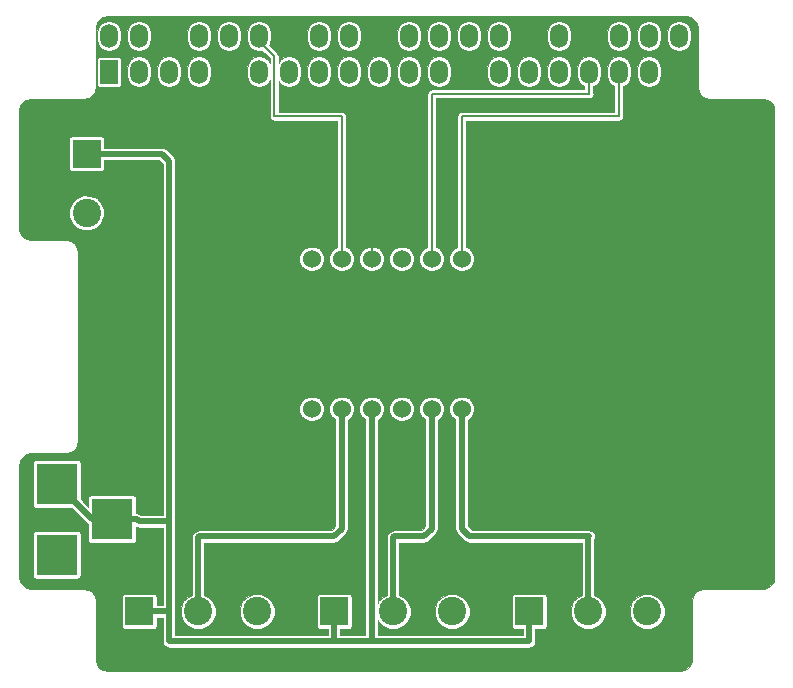
<source format=gtl>
G04 #@! TF.FileFunction,Copper,L1,Top,Signal*
%FSLAX46Y46*%
G04 Gerber Fmt 4.6, Leading zero omitted, Abs format (unit mm)*
G04 Created by KiCad (PCBNEW 4.0.7) date 10/03/17 12:38:28*
%MOMM*%
%LPD*%
G01*
G04 APERTURE LIST*
%ADD10C,0.100000*%
%ADD11R,1.524000X1.998980*%
%ADD12O,1.524000X1.998980*%
%ADD13R,2.400000X2.400000*%
%ADD14C,2.400000*%
%ADD15R,3.500000X3.500000*%
%ADD16C,1.524000*%
%ADD17C,0.500000*%
%ADD18C,0.300000*%
%ADD19C,0.200000*%
%ADD20C,0.050000*%
G04 APERTURE END LIST*
D10*
D11*
X113290000Y-76338920D03*
D12*
X113290000Y-73301080D03*
X115830000Y-76338920D03*
X115830000Y-73301080D03*
X118370000Y-76338920D03*
X118370000Y-73301080D03*
X120910000Y-76338920D03*
X120910000Y-73301080D03*
X123450000Y-76338920D03*
X123450000Y-73301080D03*
X125990000Y-76338920D03*
X125990000Y-73301080D03*
X128530000Y-76338920D03*
X128530000Y-73301080D03*
X131070000Y-76338920D03*
X131070000Y-73301080D03*
X133610000Y-76338920D03*
X133610000Y-73301080D03*
X136150000Y-76338920D03*
X136150000Y-73301080D03*
X138690000Y-76338920D03*
X138690000Y-73301080D03*
X141230000Y-76338920D03*
X141230000Y-73301080D03*
X143770000Y-76338920D03*
X143770000Y-73301080D03*
X146310000Y-76338920D03*
X146310000Y-73301080D03*
X148850000Y-76338920D03*
X148850000Y-73301080D03*
X151390000Y-76338920D03*
X151390000Y-73301080D03*
X153930000Y-76338920D03*
X153930000Y-73301080D03*
X156470000Y-76338920D03*
X156470000Y-73301080D03*
X159010000Y-76338920D03*
X159010000Y-73301080D03*
X161550000Y-76338920D03*
X161550000Y-73301080D03*
D13*
X115850000Y-122020000D03*
D14*
X120850000Y-122020000D03*
X125850000Y-122020000D03*
D13*
X132360000Y-122020000D03*
D14*
X137360000Y-122020000D03*
X142360000Y-122020000D03*
D13*
X148870000Y-122020000D03*
D14*
X153870000Y-122020000D03*
X158870000Y-122020000D03*
D13*
X111405000Y-83285000D03*
D14*
X111405000Y-88285000D03*
D15*
X108865000Y-111225000D03*
X108865000Y-117225000D03*
X113565000Y-114225000D03*
D16*
X143155000Y-92175000D03*
X140615000Y-92175000D03*
X138075000Y-92175000D03*
X135535000Y-92175000D03*
X132995000Y-92175000D03*
X130455000Y-92175000D03*
X130455000Y-104875000D03*
X132995000Y-104875000D03*
X135535000Y-104875000D03*
X138075000Y-104875000D03*
X140615000Y-104875000D03*
X143155000Y-104875000D03*
D17*
X113565000Y-114225000D02*
X111865000Y-114225000D01*
X111865000Y-114225000D02*
X108865000Y-111225000D01*
X140615000Y-104875000D02*
X140615000Y-115035000D01*
X139980000Y-115670000D02*
X137440000Y-115670000D01*
X140615000Y-115035000D02*
X139980000Y-115670000D01*
X137440000Y-115670000D02*
X137360000Y-115750000D01*
X137360000Y-115750000D02*
X137360000Y-122020000D01*
X143155000Y-104875000D02*
X143155000Y-115035000D01*
X153870000Y-115750000D02*
X153870000Y-122020000D01*
X153950000Y-115670000D02*
X153870000Y-115750000D01*
X143790000Y-115670000D02*
X153950000Y-115670000D01*
X143155000Y-115035000D02*
X143790000Y-115670000D01*
X132995000Y-104875000D02*
X132995000Y-115035000D01*
X120850000Y-115750000D02*
X120850000Y-122020000D01*
X120930000Y-115670000D02*
X120850000Y-115750000D01*
X132360000Y-115670000D02*
X120930000Y-115670000D01*
X132995000Y-115035000D02*
X132360000Y-115670000D01*
X118390000Y-122020000D02*
X115850000Y-122020000D01*
X118390000Y-114400000D02*
X118390000Y-122020000D01*
X118390000Y-122020000D02*
X118390000Y-124560000D01*
X118390000Y-124560000D02*
X132360000Y-124560000D01*
X135535000Y-113765000D02*
X135535000Y-124560000D01*
X135535000Y-124560000D02*
X134900000Y-124560000D01*
X132360000Y-124560000D02*
X132360000Y-122020000D01*
X148870000Y-124560000D02*
X148870000Y-122020000D01*
X134900000Y-124560000D02*
X148870000Y-124560000D01*
X132360000Y-124560000D02*
X134900000Y-124560000D01*
X111405000Y-83285000D02*
X117755000Y-83285000D01*
X118390000Y-83920000D02*
X118390000Y-114400000D01*
X117755000Y-83285000D02*
X118390000Y-83920000D01*
X115850000Y-114400000D02*
X118390000Y-114400000D01*
X135535000Y-113765000D02*
X135535000Y-104875000D01*
X113565000Y-114225000D02*
X115675000Y-114225000D01*
X115675000Y-114225000D02*
X115850000Y-114400000D01*
D18*
X137440000Y-115670000D02*
X137360000Y-115750000D01*
D19*
X128530000Y-73550000D02*
X128530000Y-73740000D01*
X128530000Y-73740000D02*
X129820000Y-75030000D01*
X135535000Y-78205000D02*
X135535000Y-92175000D01*
X129820000Y-78205000D02*
X135535000Y-78205000D01*
X129820000Y-75030000D02*
X129820000Y-78205000D01*
X132995000Y-92175000D02*
X132995000Y-80110000D01*
X127280000Y-75030000D02*
X125990000Y-73740000D01*
X127280000Y-80110000D02*
X127280000Y-75030000D01*
X132995000Y-80110000D02*
X127280000Y-80110000D01*
X125990000Y-73740000D02*
X125990000Y-73550000D01*
X140615000Y-92175000D02*
X140615000Y-78205000D01*
X153930000Y-78185000D02*
X153930000Y-76090000D01*
X153950000Y-78205000D02*
X153930000Y-78185000D01*
X140615000Y-78205000D02*
X153950000Y-78205000D01*
X156470000Y-76090000D02*
X156470000Y-80090000D01*
X143155000Y-80110000D02*
X143155000Y-92175000D01*
X156450000Y-80110000D02*
X143155000Y-80110000D01*
X156470000Y-80090000D02*
X156450000Y-80110000D01*
D20*
G36*
X162542929Y-71719670D02*
X162859083Y-71930917D01*
X163070330Y-72247071D01*
X163145000Y-72622464D01*
X163145000Y-77620000D01*
X163145480Y-77624877D01*
X163221600Y-78007560D01*
X163225333Y-78016572D01*
X163442106Y-78340996D01*
X163449004Y-78347894D01*
X163773428Y-78564667D01*
X163782440Y-78568400D01*
X164165123Y-78644520D01*
X164170000Y-78645000D01*
X168667536Y-78645000D01*
X169042929Y-78719670D01*
X169359083Y-78930917D01*
X169570330Y-79247071D01*
X169595000Y-79371096D01*
X169595000Y-119368904D01*
X169570330Y-119492929D01*
X169359083Y-119809083D01*
X169042929Y-120020330D01*
X168667536Y-120095000D01*
X163670000Y-120095000D01*
X163665123Y-120095480D01*
X163282440Y-120171600D01*
X163273428Y-120175333D01*
X162949004Y-120392106D01*
X162942106Y-120399004D01*
X162725333Y-120723428D01*
X162721600Y-120732440D01*
X162645480Y-121115123D01*
X162645000Y-121120000D01*
X162645000Y-126117536D01*
X162570330Y-126492929D01*
X162359083Y-126809083D01*
X162042929Y-127020330D01*
X161667536Y-127095000D01*
X113172464Y-127095000D01*
X112797071Y-127020330D01*
X112480917Y-126809083D01*
X112269670Y-126492929D01*
X112195000Y-126117536D01*
X112195000Y-121120000D01*
X112194520Y-121115123D01*
X112118400Y-120732440D01*
X112114667Y-120723428D01*
X111897894Y-120399004D01*
X111890996Y-120392106D01*
X111566572Y-120175333D01*
X111557560Y-120171600D01*
X111174877Y-120095480D01*
X111170000Y-120095000D01*
X106672464Y-120095000D01*
X106297071Y-120020330D01*
X105980917Y-119809083D01*
X105769670Y-119492929D01*
X105695000Y-119117536D01*
X105695000Y-115475000D01*
X106834613Y-115475000D01*
X106834613Y-118975000D01*
X106853788Y-119076909D01*
X106914016Y-119170506D01*
X107005914Y-119233296D01*
X107115000Y-119255387D01*
X110615000Y-119255387D01*
X110716909Y-119236212D01*
X110810506Y-119175984D01*
X110873296Y-119084086D01*
X110895387Y-118975000D01*
X110895387Y-115475000D01*
X110876212Y-115373091D01*
X110815984Y-115279494D01*
X110724086Y-115216704D01*
X110615000Y-115194613D01*
X107115000Y-115194613D01*
X107013091Y-115213788D01*
X106919494Y-115274016D01*
X106856704Y-115365914D01*
X106834613Y-115475000D01*
X105695000Y-115475000D01*
X105695000Y-109622464D01*
X105724332Y-109475000D01*
X106834613Y-109475000D01*
X106834613Y-112975000D01*
X106853788Y-113076909D01*
X106914016Y-113170506D01*
X107005914Y-113233296D01*
X107115000Y-113255387D01*
X110152925Y-113255387D01*
X111493769Y-114596231D01*
X111534613Y-114623522D01*
X111534613Y-115975000D01*
X111553788Y-116076909D01*
X111614016Y-116170506D01*
X111705914Y-116233296D01*
X111815000Y-116255387D01*
X115315000Y-116255387D01*
X115416909Y-116236212D01*
X115510506Y-116175984D01*
X115573296Y-116084086D01*
X115595387Y-115975000D01*
X115595387Y-114849153D01*
X115649091Y-114885037D01*
X115850000Y-114925000D01*
X117865000Y-114925000D01*
X117865000Y-121495000D01*
X117330387Y-121495000D01*
X117330387Y-120820000D01*
X117311212Y-120718091D01*
X117250984Y-120624494D01*
X117159086Y-120561704D01*
X117050000Y-120539613D01*
X114650000Y-120539613D01*
X114548091Y-120558788D01*
X114454494Y-120619016D01*
X114391704Y-120710914D01*
X114369613Y-120820000D01*
X114369613Y-123220000D01*
X114388788Y-123321909D01*
X114449016Y-123415506D01*
X114540914Y-123478296D01*
X114650000Y-123500387D01*
X117050000Y-123500387D01*
X117151909Y-123481212D01*
X117245506Y-123420984D01*
X117308296Y-123329086D01*
X117330387Y-123220000D01*
X117330387Y-122545000D01*
X117865000Y-122545000D01*
X117865000Y-124560000D01*
X117904963Y-124760909D01*
X118018769Y-124931231D01*
X118189091Y-125045037D01*
X118390000Y-125085000D01*
X148870000Y-125085000D01*
X149070909Y-125045037D01*
X149241231Y-124931231D01*
X149355037Y-124760909D01*
X149395000Y-124560000D01*
X149395000Y-123500387D01*
X150070000Y-123500387D01*
X150171909Y-123481212D01*
X150265506Y-123420984D01*
X150328296Y-123329086D01*
X150350387Y-123220000D01*
X150350387Y-120820000D01*
X150331212Y-120718091D01*
X150270984Y-120624494D01*
X150179086Y-120561704D01*
X150070000Y-120539613D01*
X147670000Y-120539613D01*
X147568091Y-120558788D01*
X147474494Y-120619016D01*
X147411704Y-120710914D01*
X147389613Y-120820000D01*
X147389613Y-123220000D01*
X147408788Y-123321909D01*
X147469016Y-123415506D01*
X147560914Y-123478296D01*
X147670000Y-123500387D01*
X148345000Y-123500387D01*
X148345000Y-124035000D01*
X136060000Y-124035000D01*
X136060000Y-122736259D01*
X136108827Y-122854429D01*
X136523389Y-123269715D01*
X137065317Y-123494743D01*
X137652108Y-123495256D01*
X138194429Y-123271173D01*
X138609715Y-122856611D01*
X138834743Y-122314683D01*
X138834745Y-122312108D01*
X140884744Y-122312108D01*
X141108827Y-122854429D01*
X141523389Y-123269715D01*
X142065317Y-123494743D01*
X142652108Y-123495256D01*
X143194429Y-123271173D01*
X143609715Y-122856611D01*
X143834743Y-122314683D01*
X143835256Y-121727892D01*
X143611173Y-121185571D01*
X143196611Y-120770285D01*
X142654683Y-120545257D01*
X142067892Y-120544744D01*
X141525571Y-120768827D01*
X141110285Y-121183389D01*
X140885257Y-121725317D01*
X140884744Y-122312108D01*
X138834745Y-122312108D01*
X138835256Y-121727892D01*
X138611173Y-121185571D01*
X138196611Y-120770285D01*
X137885000Y-120640893D01*
X137885000Y-116195000D01*
X139980000Y-116195000D01*
X140180909Y-116155037D01*
X140351231Y-116041231D01*
X140986231Y-115406231D01*
X141100037Y-115235909D01*
X141140000Y-115035000D01*
X141140000Y-105780110D01*
X141201646Y-105754638D01*
X141493613Y-105463180D01*
X141651820Y-105082177D01*
X141651821Y-105080367D01*
X142117820Y-105080367D01*
X142275362Y-105461646D01*
X142566820Y-105753613D01*
X142630000Y-105779848D01*
X142630000Y-115035000D01*
X142669963Y-115235909D01*
X142783769Y-115406231D01*
X143418769Y-116041231D01*
X143589091Y-116155037D01*
X143790000Y-116195000D01*
X153345000Y-116195000D01*
X153345000Y-120640973D01*
X153035571Y-120768827D01*
X152620285Y-121183389D01*
X152395257Y-121725317D01*
X152394744Y-122312108D01*
X152618827Y-122854429D01*
X153033389Y-123269715D01*
X153575317Y-123494743D01*
X154162108Y-123495256D01*
X154704429Y-123271173D01*
X155119715Y-122856611D01*
X155344743Y-122314683D01*
X155344745Y-122312108D01*
X157394744Y-122312108D01*
X157618827Y-122854429D01*
X158033389Y-123269715D01*
X158575317Y-123494743D01*
X159162108Y-123495256D01*
X159704429Y-123271173D01*
X160119715Y-122856611D01*
X160344743Y-122314683D01*
X160345256Y-121727892D01*
X160121173Y-121185571D01*
X159706611Y-120770285D01*
X159164683Y-120545257D01*
X158577892Y-120544744D01*
X158035571Y-120768827D01*
X157620285Y-121183389D01*
X157395257Y-121725317D01*
X157394744Y-122312108D01*
X155344745Y-122312108D01*
X155345256Y-121727892D01*
X155121173Y-121185571D01*
X154706611Y-120770285D01*
X154395000Y-120640893D01*
X154395000Y-115930828D01*
X154435037Y-115870909D01*
X154475000Y-115670000D01*
X154435037Y-115469091D01*
X154321231Y-115298769D01*
X154150909Y-115184963D01*
X153950000Y-115145000D01*
X144007462Y-115145000D01*
X143680000Y-114817538D01*
X143680000Y-105780110D01*
X143741646Y-105754638D01*
X144033613Y-105463180D01*
X144191820Y-105082177D01*
X144192180Y-104669633D01*
X144034638Y-104288354D01*
X143743180Y-103996387D01*
X143362177Y-103838180D01*
X142949633Y-103837820D01*
X142568354Y-103995362D01*
X142276387Y-104286820D01*
X142118180Y-104667823D01*
X142117820Y-105080367D01*
X141651821Y-105080367D01*
X141652180Y-104669633D01*
X141494638Y-104288354D01*
X141203180Y-103996387D01*
X140822177Y-103838180D01*
X140409633Y-103837820D01*
X140028354Y-103995362D01*
X139736387Y-104286820D01*
X139578180Y-104667823D01*
X139577820Y-105080367D01*
X139735362Y-105461646D01*
X140026820Y-105753613D01*
X140090000Y-105779848D01*
X140090000Y-114817538D01*
X139762538Y-115145000D01*
X137440000Y-115145000D01*
X137239091Y-115184963D01*
X137068769Y-115298769D01*
X136988769Y-115378769D01*
X136874963Y-115549091D01*
X136835000Y-115750000D01*
X136835000Y-120640973D01*
X136525571Y-120768827D01*
X136110285Y-121183389D01*
X136060000Y-121304489D01*
X136060000Y-105780110D01*
X136121646Y-105754638D01*
X136413613Y-105463180D01*
X136571820Y-105082177D01*
X136571821Y-105080367D01*
X137037820Y-105080367D01*
X137195362Y-105461646D01*
X137486820Y-105753613D01*
X137867823Y-105911820D01*
X138280367Y-105912180D01*
X138661646Y-105754638D01*
X138953613Y-105463180D01*
X139111820Y-105082177D01*
X139112180Y-104669633D01*
X138954638Y-104288354D01*
X138663180Y-103996387D01*
X138282177Y-103838180D01*
X137869633Y-103837820D01*
X137488354Y-103995362D01*
X137196387Y-104286820D01*
X137038180Y-104667823D01*
X137037820Y-105080367D01*
X136571821Y-105080367D01*
X136572180Y-104669633D01*
X136414638Y-104288354D01*
X136123180Y-103996387D01*
X135742177Y-103838180D01*
X135329633Y-103837820D01*
X134948354Y-103995362D01*
X134656387Y-104286820D01*
X134498180Y-104667823D01*
X134497820Y-105080367D01*
X134655362Y-105461646D01*
X134946820Y-105753613D01*
X135010000Y-105779848D01*
X135010000Y-124035000D01*
X132885000Y-124035000D01*
X132885000Y-123500387D01*
X133560000Y-123500387D01*
X133661909Y-123481212D01*
X133755506Y-123420984D01*
X133818296Y-123329086D01*
X133840387Y-123220000D01*
X133840387Y-120820000D01*
X133821212Y-120718091D01*
X133760984Y-120624494D01*
X133669086Y-120561704D01*
X133560000Y-120539613D01*
X131160000Y-120539613D01*
X131058091Y-120558788D01*
X130964494Y-120619016D01*
X130901704Y-120710914D01*
X130879613Y-120820000D01*
X130879613Y-123220000D01*
X130898788Y-123321909D01*
X130959016Y-123415506D01*
X131050914Y-123478296D01*
X131160000Y-123500387D01*
X131835000Y-123500387D01*
X131835000Y-124035000D01*
X118915000Y-124035000D01*
X118915000Y-122312108D01*
X119374744Y-122312108D01*
X119598827Y-122854429D01*
X120013389Y-123269715D01*
X120555317Y-123494743D01*
X121142108Y-123495256D01*
X121684429Y-123271173D01*
X122099715Y-122856611D01*
X122324743Y-122314683D01*
X122324745Y-122312108D01*
X124374744Y-122312108D01*
X124598827Y-122854429D01*
X125013389Y-123269715D01*
X125555317Y-123494743D01*
X126142108Y-123495256D01*
X126684429Y-123271173D01*
X127099715Y-122856611D01*
X127324743Y-122314683D01*
X127325256Y-121727892D01*
X127101173Y-121185571D01*
X126686611Y-120770285D01*
X126144683Y-120545257D01*
X125557892Y-120544744D01*
X125015571Y-120768827D01*
X124600285Y-121183389D01*
X124375257Y-121725317D01*
X124374744Y-122312108D01*
X122324745Y-122312108D01*
X122325256Y-121727892D01*
X122101173Y-121185571D01*
X121686611Y-120770285D01*
X121375000Y-120640893D01*
X121375000Y-116195000D01*
X132360000Y-116195000D01*
X132560909Y-116155037D01*
X132731231Y-116041231D01*
X133366231Y-115406231D01*
X133480037Y-115235909D01*
X133520000Y-115035000D01*
X133520000Y-105780110D01*
X133581646Y-105754638D01*
X133873613Y-105463180D01*
X134031820Y-105082177D01*
X134032180Y-104669633D01*
X133874638Y-104288354D01*
X133583180Y-103996387D01*
X133202177Y-103838180D01*
X132789633Y-103837820D01*
X132408354Y-103995362D01*
X132116387Y-104286820D01*
X131958180Y-104667823D01*
X131957820Y-105080367D01*
X132115362Y-105461646D01*
X132406820Y-105753613D01*
X132470000Y-105779848D01*
X132470000Y-114817538D01*
X132142538Y-115145000D01*
X120930000Y-115145000D01*
X120729091Y-115184963D01*
X120558769Y-115298769D01*
X120478769Y-115378769D01*
X120364963Y-115549091D01*
X120325000Y-115750000D01*
X120325000Y-120640973D01*
X120015571Y-120768827D01*
X119600285Y-121183389D01*
X119375257Y-121725317D01*
X119374744Y-122312108D01*
X118915000Y-122312108D01*
X118915000Y-105080367D01*
X129417820Y-105080367D01*
X129575362Y-105461646D01*
X129866820Y-105753613D01*
X130247823Y-105911820D01*
X130660367Y-105912180D01*
X131041646Y-105754638D01*
X131333613Y-105463180D01*
X131491820Y-105082177D01*
X131492180Y-104669633D01*
X131334638Y-104288354D01*
X131043180Y-103996387D01*
X130662177Y-103838180D01*
X130249633Y-103837820D01*
X129868354Y-103995362D01*
X129576387Y-104286820D01*
X129418180Y-104667823D01*
X129417820Y-105080367D01*
X118915000Y-105080367D01*
X118915000Y-92380367D01*
X129417820Y-92380367D01*
X129575362Y-92761646D01*
X129866820Y-93053613D01*
X130247823Y-93211820D01*
X130660367Y-93212180D01*
X131041646Y-93054638D01*
X131333613Y-92763180D01*
X131491820Y-92382177D01*
X131492180Y-91969633D01*
X131334638Y-91588354D01*
X131043180Y-91296387D01*
X130662177Y-91138180D01*
X130249633Y-91137820D01*
X129868354Y-91295362D01*
X129576387Y-91586820D01*
X129418180Y-91967823D01*
X129417820Y-92380367D01*
X118915000Y-92380367D01*
X118915000Y-83920000D01*
X118875037Y-83719091D01*
X118761231Y-83548769D01*
X118126231Y-82913769D01*
X117955909Y-82799963D01*
X117755000Y-82760000D01*
X112885387Y-82760000D01*
X112885387Y-82085000D01*
X112866212Y-81983091D01*
X112805984Y-81889494D01*
X112714086Y-81826704D01*
X112605000Y-81804613D01*
X110205000Y-81804613D01*
X110103091Y-81823788D01*
X110009494Y-81884016D01*
X109946704Y-81975914D01*
X109924613Y-82085000D01*
X109924613Y-84485000D01*
X109943788Y-84586909D01*
X110004016Y-84680506D01*
X110095914Y-84743296D01*
X110205000Y-84765387D01*
X112605000Y-84765387D01*
X112706909Y-84746212D01*
X112800506Y-84685984D01*
X112863296Y-84594086D01*
X112885387Y-84485000D01*
X112885387Y-83810000D01*
X117537538Y-83810000D01*
X117865000Y-84137462D01*
X117865000Y-113875000D01*
X116067462Y-113875000D01*
X116046231Y-113853769D01*
X115875909Y-113739963D01*
X115675000Y-113700000D01*
X115595387Y-113700000D01*
X115595387Y-112475000D01*
X115576212Y-112373091D01*
X115515984Y-112279494D01*
X115424086Y-112216704D01*
X115315000Y-112194613D01*
X111815000Y-112194613D01*
X111713091Y-112213788D01*
X111619494Y-112274016D01*
X111556704Y-112365914D01*
X111534613Y-112475000D01*
X111534613Y-113152151D01*
X110895387Y-112512925D01*
X110895387Y-109475000D01*
X110876212Y-109373091D01*
X110815984Y-109279494D01*
X110724086Y-109216704D01*
X110615000Y-109194613D01*
X107115000Y-109194613D01*
X107013091Y-109213788D01*
X106919494Y-109274016D01*
X106856704Y-109365914D01*
X106834613Y-109475000D01*
X105724332Y-109475000D01*
X105769670Y-109247071D01*
X105980917Y-108930917D01*
X106297071Y-108719670D01*
X106672464Y-108645000D01*
X109670000Y-108645000D01*
X109674877Y-108644520D01*
X110057560Y-108568400D01*
X110066572Y-108564667D01*
X110390996Y-108347894D01*
X110397894Y-108340996D01*
X110614667Y-108016572D01*
X110618400Y-108007560D01*
X110694520Y-107624877D01*
X110695000Y-107620000D01*
X110695000Y-91620000D01*
X110694520Y-91615123D01*
X110618400Y-91232440D01*
X110614667Y-91223428D01*
X110397894Y-90899004D01*
X110390996Y-90892106D01*
X110066572Y-90675333D01*
X110057560Y-90671600D01*
X109674877Y-90595480D01*
X109670000Y-90595000D01*
X106672464Y-90595000D01*
X106297071Y-90520330D01*
X105980917Y-90309083D01*
X105769670Y-89992929D01*
X105695000Y-89617536D01*
X105695000Y-88577108D01*
X109929744Y-88577108D01*
X110153827Y-89119429D01*
X110568389Y-89534715D01*
X111110317Y-89759743D01*
X111697108Y-89760256D01*
X112239429Y-89536173D01*
X112654715Y-89121611D01*
X112879743Y-88579683D01*
X112880256Y-87992892D01*
X112656173Y-87450571D01*
X112241611Y-87035285D01*
X111699683Y-86810257D01*
X111112892Y-86809744D01*
X110570571Y-87033827D01*
X110155285Y-87448389D01*
X109930257Y-87990317D01*
X109929744Y-88577108D01*
X105695000Y-88577108D01*
X105695000Y-79622464D01*
X105769670Y-79247071D01*
X105980917Y-78930917D01*
X106297071Y-78719670D01*
X106672464Y-78645000D01*
X111170000Y-78645000D01*
X111174877Y-78644520D01*
X111557560Y-78568400D01*
X111566572Y-78564667D01*
X111890996Y-78347894D01*
X111897894Y-78340996D01*
X112114667Y-78016572D01*
X112118400Y-78007560D01*
X112194520Y-77624877D01*
X112195000Y-77620000D01*
X112195000Y-75339430D01*
X112247613Y-75339430D01*
X112247613Y-77338410D01*
X112266788Y-77440319D01*
X112327016Y-77533916D01*
X112418914Y-77596706D01*
X112528000Y-77618797D01*
X114052000Y-77618797D01*
X114153909Y-77599622D01*
X114247506Y-77539394D01*
X114310296Y-77447496D01*
X114332387Y-77338410D01*
X114332387Y-76076461D01*
X114793000Y-76076461D01*
X114793000Y-76601379D01*
X114871937Y-76998222D01*
X115096730Y-77334649D01*
X115433157Y-77559442D01*
X115830000Y-77638379D01*
X116226843Y-77559442D01*
X116563270Y-77334649D01*
X116788063Y-76998222D01*
X116867000Y-76601379D01*
X116867000Y-76076461D01*
X117333000Y-76076461D01*
X117333000Y-76601379D01*
X117411937Y-76998222D01*
X117636730Y-77334649D01*
X117973157Y-77559442D01*
X118370000Y-77638379D01*
X118766843Y-77559442D01*
X119103270Y-77334649D01*
X119328063Y-76998222D01*
X119407000Y-76601379D01*
X119407000Y-76076461D01*
X119873000Y-76076461D01*
X119873000Y-76601379D01*
X119951937Y-76998222D01*
X120176730Y-77334649D01*
X120513157Y-77559442D01*
X120910000Y-77638379D01*
X121306843Y-77559442D01*
X121643270Y-77334649D01*
X121868063Y-76998222D01*
X121947000Y-76601379D01*
X121947000Y-76076461D01*
X121868063Y-75679618D01*
X121643270Y-75343191D01*
X121306843Y-75118398D01*
X120910000Y-75039461D01*
X120513157Y-75118398D01*
X120176730Y-75343191D01*
X119951937Y-75679618D01*
X119873000Y-76076461D01*
X119407000Y-76076461D01*
X119328063Y-75679618D01*
X119103270Y-75343191D01*
X118766843Y-75118398D01*
X118370000Y-75039461D01*
X117973157Y-75118398D01*
X117636730Y-75343191D01*
X117411937Y-75679618D01*
X117333000Y-76076461D01*
X116867000Y-76076461D01*
X116788063Y-75679618D01*
X116563270Y-75343191D01*
X116226843Y-75118398D01*
X115830000Y-75039461D01*
X115433157Y-75118398D01*
X115096730Y-75343191D01*
X114871937Y-75679618D01*
X114793000Y-76076461D01*
X114332387Y-76076461D01*
X114332387Y-75339430D01*
X114313212Y-75237521D01*
X114252984Y-75143924D01*
X114161086Y-75081134D01*
X114052000Y-75059043D01*
X112528000Y-75059043D01*
X112426091Y-75078218D01*
X112332494Y-75138446D01*
X112269704Y-75230344D01*
X112247613Y-75339430D01*
X112195000Y-75339430D01*
X112195000Y-73038621D01*
X112253000Y-73038621D01*
X112253000Y-73563539D01*
X112331937Y-73960382D01*
X112556730Y-74296809D01*
X112893157Y-74521602D01*
X113290000Y-74600539D01*
X113686843Y-74521602D01*
X114023270Y-74296809D01*
X114248063Y-73960382D01*
X114327000Y-73563539D01*
X114327000Y-73038621D01*
X114793000Y-73038621D01*
X114793000Y-73563539D01*
X114871937Y-73960382D01*
X115096730Y-74296809D01*
X115433157Y-74521602D01*
X115830000Y-74600539D01*
X116226843Y-74521602D01*
X116563270Y-74296809D01*
X116788063Y-73960382D01*
X116867000Y-73563539D01*
X116867000Y-73038621D01*
X119873000Y-73038621D01*
X119873000Y-73563539D01*
X119951937Y-73960382D01*
X120176730Y-74296809D01*
X120513157Y-74521602D01*
X120910000Y-74600539D01*
X121306843Y-74521602D01*
X121643270Y-74296809D01*
X121868063Y-73960382D01*
X121947000Y-73563539D01*
X121947000Y-73038621D01*
X122413000Y-73038621D01*
X122413000Y-73563539D01*
X122491937Y-73960382D01*
X122716730Y-74296809D01*
X123053157Y-74521602D01*
X123450000Y-74600539D01*
X123846843Y-74521602D01*
X124183270Y-74296809D01*
X124408063Y-73960382D01*
X124487000Y-73563539D01*
X124487000Y-73038621D01*
X124953000Y-73038621D01*
X124953000Y-73563539D01*
X125031937Y-73960382D01*
X125256730Y-74296809D01*
X125593157Y-74521602D01*
X125990000Y-74600539D01*
X126265424Y-74545754D01*
X126905000Y-75185330D01*
X126905000Y-75615170D01*
X126723270Y-75343191D01*
X126386843Y-75118398D01*
X125990000Y-75039461D01*
X125593157Y-75118398D01*
X125256730Y-75343191D01*
X125031937Y-75679618D01*
X124953000Y-76076461D01*
X124953000Y-76601379D01*
X125031937Y-76998222D01*
X125256730Y-77334649D01*
X125593157Y-77559442D01*
X125990000Y-77638379D01*
X126386843Y-77559442D01*
X126723270Y-77334649D01*
X126905000Y-77062670D01*
X126905000Y-80110000D01*
X126933545Y-80253506D01*
X127014835Y-80375165D01*
X127136494Y-80456455D01*
X127280000Y-80485000D01*
X132620000Y-80485000D01*
X132620000Y-91207911D01*
X132408354Y-91295362D01*
X132116387Y-91586820D01*
X131958180Y-91967823D01*
X131957820Y-92380367D01*
X132115362Y-92761646D01*
X132406820Y-93053613D01*
X132787823Y-93211820D01*
X133200367Y-93212180D01*
X133581646Y-93054638D01*
X133873613Y-92763180D01*
X134031820Y-92382177D01*
X134031821Y-92380367D01*
X134497820Y-92380367D01*
X134655362Y-92761646D01*
X134946820Y-93053613D01*
X135327823Y-93211820D01*
X135740367Y-93212180D01*
X136121646Y-93054638D01*
X136413613Y-92763180D01*
X136571820Y-92382177D01*
X136571821Y-92380367D01*
X137037820Y-92380367D01*
X137195362Y-92761646D01*
X137486820Y-93053613D01*
X137867823Y-93211820D01*
X138280367Y-93212180D01*
X138661646Y-93054638D01*
X138953613Y-92763180D01*
X139111820Y-92382177D01*
X139111821Y-92380367D01*
X139577820Y-92380367D01*
X139735362Y-92761646D01*
X140026820Y-93053613D01*
X140407823Y-93211820D01*
X140820367Y-93212180D01*
X141201646Y-93054638D01*
X141493613Y-92763180D01*
X141651820Y-92382177D01*
X141651821Y-92380367D01*
X142117820Y-92380367D01*
X142275362Y-92761646D01*
X142566820Y-93053613D01*
X142947823Y-93211820D01*
X143360367Y-93212180D01*
X143741646Y-93054638D01*
X144033613Y-92763180D01*
X144191820Y-92382177D01*
X144192180Y-91969633D01*
X144034638Y-91588354D01*
X143743180Y-91296387D01*
X143530000Y-91207867D01*
X143530000Y-80485000D01*
X156450000Y-80485000D01*
X156593507Y-80456455D01*
X156715165Y-80375165D01*
X156735165Y-80355165D01*
X156816455Y-80233507D01*
X156845000Y-80090000D01*
X156845000Y-77563787D01*
X156866843Y-77559442D01*
X157203270Y-77334649D01*
X157428063Y-76998222D01*
X157507000Y-76601379D01*
X157507000Y-76076461D01*
X157973000Y-76076461D01*
X157973000Y-76601379D01*
X158051937Y-76998222D01*
X158276730Y-77334649D01*
X158613157Y-77559442D01*
X159010000Y-77638379D01*
X159406843Y-77559442D01*
X159743270Y-77334649D01*
X159968063Y-76998222D01*
X160047000Y-76601379D01*
X160047000Y-76076461D01*
X159968063Y-75679618D01*
X159743270Y-75343191D01*
X159406843Y-75118398D01*
X159010000Y-75039461D01*
X158613157Y-75118398D01*
X158276730Y-75343191D01*
X158051937Y-75679618D01*
X157973000Y-76076461D01*
X157507000Y-76076461D01*
X157428063Y-75679618D01*
X157203270Y-75343191D01*
X156866843Y-75118398D01*
X156470000Y-75039461D01*
X156073157Y-75118398D01*
X155736730Y-75343191D01*
X155511937Y-75679618D01*
X155433000Y-76076461D01*
X155433000Y-76601379D01*
X155511937Y-76998222D01*
X155736730Y-77334649D01*
X156073157Y-77559442D01*
X156095000Y-77563787D01*
X156095000Y-79735000D01*
X143155000Y-79735000D01*
X143011494Y-79763545D01*
X142889835Y-79844835D01*
X142808545Y-79966494D01*
X142780000Y-80110000D01*
X142780000Y-91207911D01*
X142568354Y-91295362D01*
X142276387Y-91586820D01*
X142118180Y-91967823D01*
X142117820Y-92380367D01*
X141651821Y-92380367D01*
X141652180Y-91969633D01*
X141494638Y-91588354D01*
X141203180Y-91296387D01*
X140990000Y-91207867D01*
X140990000Y-78580000D01*
X153950000Y-78580000D01*
X154093506Y-78551455D01*
X154215165Y-78470165D01*
X154296455Y-78348506D01*
X154325000Y-78205000D01*
X154305000Y-78104453D01*
X154305000Y-77563787D01*
X154326843Y-77559442D01*
X154663270Y-77334649D01*
X154888063Y-76998222D01*
X154967000Y-76601379D01*
X154967000Y-76076461D01*
X154888063Y-75679618D01*
X154663270Y-75343191D01*
X154326843Y-75118398D01*
X153930000Y-75039461D01*
X153533157Y-75118398D01*
X153196730Y-75343191D01*
X152971937Y-75679618D01*
X152893000Y-76076461D01*
X152893000Y-76601379D01*
X152971937Y-76998222D01*
X153196730Y-77334649D01*
X153533157Y-77559442D01*
X153555000Y-77563787D01*
X153555000Y-77830000D01*
X140615000Y-77830000D01*
X140471494Y-77858545D01*
X140349835Y-77939835D01*
X140268545Y-78061494D01*
X140240000Y-78205000D01*
X140240000Y-91207911D01*
X140028354Y-91295362D01*
X139736387Y-91586820D01*
X139578180Y-91967823D01*
X139577820Y-92380367D01*
X139111821Y-92380367D01*
X139112180Y-91969633D01*
X138954638Y-91588354D01*
X138663180Y-91296387D01*
X138282177Y-91138180D01*
X137869633Y-91137820D01*
X137488354Y-91295362D01*
X137196387Y-91586820D01*
X137038180Y-91967823D01*
X137037820Y-92380367D01*
X136571821Y-92380367D01*
X136572180Y-91969633D01*
X136414638Y-91588354D01*
X136123180Y-91296387D01*
X135742177Y-91138180D01*
X135329633Y-91137820D01*
X134948354Y-91295362D01*
X134656387Y-91586820D01*
X134498180Y-91967823D01*
X134497820Y-92380367D01*
X134031821Y-92380367D01*
X134032180Y-91969633D01*
X133874638Y-91588354D01*
X133583180Y-91296387D01*
X133370000Y-91207867D01*
X133370000Y-80110000D01*
X133341455Y-79966494D01*
X133260165Y-79844835D01*
X133138506Y-79763545D01*
X132995000Y-79735000D01*
X127655000Y-79735000D01*
X127655000Y-77122535D01*
X127796730Y-77334649D01*
X128133157Y-77559442D01*
X128530000Y-77638379D01*
X128926843Y-77559442D01*
X129263270Y-77334649D01*
X129488063Y-76998222D01*
X129567000Y-76601379D01*
X129567000Y-76076461D01*
X130033000Y-76076461D01*
X130033000Y-76601379D01*
X130111937Y-76998222D01*
X130336730Y-77334649D01*
X130673157Y-77559442D01*
X131070000Y-77638379D01*
X131466843Y-77559442D01*
X131803270Y-77334649D01*
X132028063Y-76998222D01*
X132107000Y-76601379D01*
X132107000Y-76076461D01*
X132573000Y-76076461D01*
X132573000Y-76601379D01*
X132651937Y-76998222D01*
X132876730Y-77334649D01*
X133213157Y-77559442D01*
X133610000Y-77638379D01*
X134006843Y-77559442D01*
X134343270Y-77334649D01*
X134568063Y-76998222D01*
X134647000Y-76601379D01*
X134647000Y-76076461D01*
X135113000Y-76076461D01*
X135113000Y-76601379D01*
X135191937Y-76998222D01*
X135416730Y-77334649D01*
X135753157Y-77559442D01*
X136150000Y-77638379D01*
X136546843Y-77559442D01*
X136883270Y-77334649D01*
X137108063Y-76998222D01*
X137187000Y-76601379D01*
X137187000Y-76076461D01*
X137653000Y-76076461D01*
X137653000Y-76601379D01*
X137731937Y-76998222D01*
X137956730Y-77334649D01*
X138293157Y-77559442D01*
X138690000Y-77638379D01*
X139086843Y-77559442D01*
X139423270Y-77334649D01*
X139648063Y-76998222D01*
X139727000Y-76601379D01*
X139727000Y-76076461D01*
X140193000Y-76076461D01*
X140193000Y-76601379D01*
X140271937Y-76998222D01*
X140496730Y-77334649D01*
X140833157Y-77559442D01*
X141230000Y-77638379D01*
X141626843Y-77559442D01*
X141963270Y-77334649D01*
X142188063Y-76998222D01*
X142267000Y-76601379D01*
X142267000Y-76076461D01*
X145273000Y-76076461D01*
X145273000Y-76601379D01*
X145351937Y-76998222D01*
X145576730Y-77334649D01*
X145913157Y-77559442D01*
X146310000Y-77638379D01*
X146706843Y-77559442D01*
X147043270Y-77334649D01*
X147268063Y-76998222D01*
X147347000Y-76601379D01*
X147347000Y-76076461D01*
X147813000Y-76076461D01*
X147813000Y-76601379D01*
X147891937Y-76998222D01*
X148116730Y-77334649D01*
X148453157Y-77559442D01*
X148850000Y-77638379D01*
X149246843Y-77559442D01*
X149583270Y-77334649D01*
X149808063Y-76998222D01*
X149887000Y-76601379D01*
X149887000Y-76076461D01*
X150353000Y-76076461D01*
X150353000Y-76601379D01*
X150431937Y-76998222D01*
X150656730Y-77334649D01*
X150993157Y-77559442D01*
X151390000Y-77638379D01*
X151786843Y-77559442D01*
X152123270Y-77334649D01*
X152348063Y-76998222D01*
X152427000Y-76601379D01*
X152427000Y-76076461D01*
X152348063Y-75679618D01*
X152123270Y-75343191D01*
X151786843Y-75118398D01*
X151390000Y-75039461D01*
X150993157Y-75118398D01*
X150656730Y-75343191D01*
X150431937Y-75679618D01*
X150353000Y-76076461D01*
X149887000Y-76076461D01*
X149808063Y-75679618D01*
X149583270Y-75343191D01*
X149246843Y-75118398D01*
X148850000Y-75039461D01*
X148453157Y-75118398D01*
X148116730Y-75343191D01*
X147891937Y-75679618D01*
X147813000Y-76076461D01*
X147347000Y-76076461D01*
X147268063Y-75679618D01*
X147043270Y-75343191D01*
X146706843Y-75118398D01*
X146310000Y-75039461D01*
X145913157Y-75118398D01*
X145576730Y-75343191D01*
X145351937Y-75679618D01*
X145273000Y-76076461D01*
X142267000Y-76076461D01*
X142188063Y-75679618D01*
X141963270Y-75343191D01*
X141626843Y-75118398D01*
X141230000Y-75039461D01*
X140833157Y-75118398D01*
X140496730Y-75343191D01*
X140271937Y-75679618D01*
X140193000Y-76076461D01*
X139727000Y-76076461D01*
X139648063Y-75679618D01*
X139423270Y-75343191D01*
X139086843Y-75118398D01*
X138690000Y-75039461D01*
X138293157Y-75118398D01*
X137956730Y-75343191D01*
X137731937Y-75679618D01*
X137653000Y-76076461D01*
X137187000Y-76076461D01*
X137108063Y-75679618D01*
X136883270Y-75343191D01*
X136546843Y-75118398D01*
X136150000Y-75039461D01*
X135753157Y-75118398D01*
X135416730Y-75343191D01*
X135191937Y-75679618D01*
X135113000Y-76076461D01*
X134647000Y-76076461D01*
X134568063Y-75679618D01*
X134343270Y-75343191D01*
X134006843Y-75118398D01*
X133610000Y-75039461D01*
X133213157Y-75118398D01*
X132876730Y-75343191D01*
X132651937Y-75679618D01*
X132573000Y-76076461D01*
X132107000Y-76076461D01*
X132028063Y-75679618D01*
X131803270Y-75343191D01*
X131466843Y-75118398D01*
X131070000Y-75039461D01*
X130673157Y-75118398D01*
X130336730Y-75343191D01*
X130111937Y-75679618D01*
X130033000Y-76076461D01*
X129567000Y-76076461D01*
X129488063Y-75679618D01*
X129263270Y-75343191D01*
X128926843Y-75118398D01*
X128530000Y-75039461D01*
X128133157Y-75118398D01*
X127796730Y-75343191D01*
X127655000Y-75555305D01*
X127655000Y-75030000D01*
X127626455Y-74886494D01*
X127545165Y-74764835D01*
X126865010Y-74084680D01*
X126948063Y-73960382D01*
X127027000Y-73563539D01*
X127027000Y-73038621D01*
X130033000Y-73038621D01*
X130033000Y-73563539D01*
X130111937Y-73960382D01*
X130336730Y-74296809D01*
X130673157Y-74521602D01*
X131070000Y-74600539D01*
X131466843Y-74521602D01*
X131803270Y-74296809D01*
X132028063Y-73960382D01*
X132107000Y-73563539D01*
X132107000Y-73038621D01*
X132573000Y-73038621D01*
X132573000Y-73563539D01*
X132651937Y-73960382D01*
X132876730Y-74296809D01*
X133213157Y-74521602D01*
X133610000Y-74600539D01*
X134006843Y-74521602D01*
X134343270Y-74296809D01*
X134568063Y-73960382D01*
X134647000Y-73563539D01*
X134647000Y-73038621D01*
X137653000Y-73038621D01*
X137653000Y-73563539D01*
X137731937Y-73960382D01*
X137956730Y-74296809D01*
X138293157Y-74521602D01*
X138690000Y-74600539D01*
X139086843Y-74521602D01*
X139423270Y-74296809D01*
X139648063Y-73960382D01*
X139727000Y-73563539D01*
X139727000Y-73038621D01*
X140193000Y-73038621D01*
X140193000Y-73563539D01*
X140271937Y-73960382D01*
X140496730Y-74296809D01*
X140833157Y-74521602D01*
X141230000Y-74600539D01*
X141626843Y-74521602D01*
X141963270Y-74296809D01*
X142188063Y-73960382D01*
X142267000Y-73563539D01*
X142267000Y-73038621D01*
X142733000Y-73038621D01*
X142733000Y-73563539D01*
X142811937Y-73960382D01*
X143036730Y-74296809D01*
X143373157Y-74521602D01*
X143770000Y-74600539D01*
X144166843Y-74521602D01*
X144503270Y-74296809D01*
X144728063Y-73960382D01*
X144807000Y-73563539D01*
X144807000Y-73038621D01*
X145273000Y-73038621D01*
X145273000Y-73563539D01*
X145351937Y-73960382D01*
X145576730Y-74296809D01*
X145913157Y-74521602D01*
X146310000Y-74600539D01*
X146706843Y-74521602D01*
X147043270Y-74296809D01*
X147268063Y-73960382D01*
X147347000Y-73563539D01*
X147347000Y-73038621D01*
X150353000Y-73038621D01*
X150353000Y-73563539D01*
X150431937Y-73960382D01*
X150656730Y-74296809D01*
X150993157Y-74521602D01*
X151390000Y-74600539D01*
X151786843Y-74521602D01*
X152123270Y-74296809D01*
X152348063Y-73960382D01*
X152427000Y-73563539D01*
X152427000Y-73038621D01*
X155433000Y-73038621D01*
X155433000Y-73563539D01*
X155511937Y-73960382D01*
X155736730Y-74296809D01*
X156073157Y-74521602D01*
X156470000Y-74600539D01*
X156866843Y-74521602D01*
X157203270Y-74296809D01*
X157428063Y-73960382D01*
X157507000Y-73563539D01*
X157507000Y-73038621D01*
X157973000Y-73038621D01*
X157973000Y-73563539D01*
X158051937Y-73960382D01*
X158276730Y-74296809D01*
X158613157Y-74521602D01*
X159010000Y-74600539D01*
X159406843Y-74521602D01*
X159743270Y-74296809D01*
X159968063Y-73960382D01*
X160047000Y-73563539D01*
X160047000Y-73038621D01*
X160513000Y-73038621D01*
X160513000Y-73563539D01*
X160591937Y-73960382D01*
X160816730Y-74296809D01*
X161153157Y-74521602D01*
X161550000Y-74600539D01*
X161946843Y-74521602D01*
X162283270Y-74296809D01*
X162508063Y-73960382D01*
X162587000Y-73563539D01*
X162587000Y-73038621D01*
X162508063Y-72641778D01*
X162283270Y-72305351D01*
X161946843Y-72080558D01*
X161550000Y-72001621D01*
X161153157Y-72080558D01*
X160816730Y-72305351D01*
X160591937Y-72641778D01*
X160513000Y-73038621D01*
X160047000Y-73038621D01*
X159968063Y-72641778D01*
X159743270Y-72305351D01*
X159406843Y-72080558D01*
X159010000Y-72001621D01*
X158613157Y-72080558D01*
X158276730Y-72305351D01*
X158051937Y-72641778D01*
X157973000Y-73038621D01*
X157507000Y-73038621D01*
X157428063Y-72641778D01*
X157203270Y-72305351D01*
X156866843Y-72080558D01*
X156470000Y-72001621D01*
X156073157Y-72080558D01*
X155736730Y-72305351D01*
X155511937Y-72641778D01*
X155433000Y-73038621D01*
X152427000Y-73038621D01*
X152348063Y-72641778D01*
X152123270Y-72305351D01*
X151786843Y-72080558D01*
X151390000Y-72001621D01*
X150993157Y-72080558D01*
X150656730Y-72305351D01*
X150431937Y-72641778D01*
X150353000Y-73038621D01*
X147347000Y-73038621D01*
X147268063Y-72641778D01*
X147043270Y-72305351D01*
X146706843Y-72080558D01*
X146310000Y-72001621D01*
X145913157Y-72080558D01*
X145576730Y-72305351D01*
X145351937Y-72641778D01*
X145273000Y-73038621D01*
X144807000Y-73038621D01*
X144728063Y-72641778D01*
X144503270Y-72305351D01*
X144166843Y-72080558D01*
X143770000Y-72001621D01*
X143373157Y-72080558D01*
X143036730Y-72305351D01*
X142811937Y-72641778D01*
X142733000Y-73038621D01*
X142267000Y-73038621D01*
X142188063Y-72641778D01*
X141963270Y-72305351D01*
X141626843Y-72080558D01*
X141230000Y-72001621D01*
X140833157Y-72080558D01*
X140496730Y-72305351D01*
X140271937Y-72641778D01*
X140193000Y-73038621D01*
X139727000Y-73038621D01*
X139648063Y-72641778D01*
X139423270Y-72305351D01*
X139086843Y-72080558D01*
X138690000Y-72001621D01*
X138293157Y-72080558D01*
X137956730Y-72305351D01*
X137731937Y-72641778D01*
X137653000Y-73038621D01*
X134647000Y-73038621D01*
X134568063Y-72641778D01*
X134343270Y-72305351D01*
X134006843Y-72080558D01*
X133610000Y-72001621D01*
X133213157Y-72080558D01*
X132876730Y-72305351D01*
X132651937Y-72641778D01*
X132573000Y-73038621D01*
X132107000Y-73038621D01*
X132028063Y-72641778D01*
X131803270Y-72305351D01*
X131466843Y-72080558D01*
X131070000Y-72001621D01*
X130673157Y-72080558D01*
X130336730Y-72305351D01*
X130111937Y-72641778D01*
X130033000Y-73038621D01*
X127027000Y-73038621D01*
X126948063Y-72641778D01*
X126723270Y-72305351D01*
X126386843Y-72080558D01*
X125990000Y-72001621D01*
X125593157Y-72080558D01*
X125256730Y-72305351D01*
X125031937Y-72641778D01*
X124953000Y-73038621D01*
X124487000Y-73038621D01*
X124408063Y-72641778D01*
X124183270Y-72305351D01*
X123846843Y-72080558D01*
X123450000Y-72001621D01*
X123053157Y-72080558D01*
X122716730Y-72305351D01*
X122491937Y-72641778D01*
X122413000Y-73038621D01*
X121947000Y-73038621D01*
X121868063Y-72641778D01*
X121643270Y-72305351D01*
X121306843Y-72080558D01*
X120910000Y-72001621D01*
X120513157Y-72080558D01*
X120176730Y-72305351D01*
X119951937Y-72641778D01*
X119873000Y-73038621D01*
X116867000Y-73038621D01*
X116788063Y-72641778D01*
X116563270Y-72305351D01*
X116226843Y-72080558D01*
X115830000Y-72001621D01*
X115433157Y-72080558D01*
X115096730Y-72305351D01*
X114871937Y-72641778D01*
X114793000Y-73038621D01*
X114327000Y-73038621D01*
X114248063Y-72641778D01*
X114023270Y-72305351D01*
X113686843Y-72080558D01*
X113290000Y-72001621D01*
X112893157Y-72080558D01*
X112556730Y-72305351D01*
X112331937Y-72641778D01*
X112253000Y-73038621D01*
X112195000Y-73038621D01*
X112195000Y-72622464D01*
X112269670Y-72247071D01*
X112480917Y-71930917D01*
X112797071Y-71719670D01*
X113172464Y-71645000D01*
X162167536Y-71645000D01*
X162542929Y-71719670D01*
X162542929Y-71719670D01*
G37*
X162542929Y-71719670D02*
X162859083Y-71930917D01*
X163070330Y-72247071D01*
X163145000Y-72622464D01*
X163145000Y-77620000D01*
X163145480Y-77624877D01*
X163221600Y-78007560D01*
X163225333Y-78016572D01*
X163442106Y-78340996D01*
X163449004Y-78347894D01*
X163773428Y-78564667D01*
X163782440Y-78568400D01*
X164165123Y-78644520D01*
X164170000Y-78645000D01*
X168667536Y-78645000D01*
X169042929Y-78719670D01*
X169359083Y-78930917D01*
X169570330Y-79247071D01*
X169595000Y-79371096D01*
X169595000Y-119368904D01*
X169570330Y-119492929D01*
X169359083Y-119809083D01*
X169042929Y-120020330D01*
X168667536Y-120095000D01*
X163670000Y-120095000D01*
X163665123Y-120095480D01*
X163282440Y-120171600D01*
X163273428Y-120175333D01*
X162949004Y-120392106D01*
X162942106Y-120399004D01*
X162725333Y-120723428D01*
X162721600Y-120732440D01*
X162645480Y-121115123D01*
X162645000Y-121120000D01*
X162645000Y-126117536D01*
X162570330Y-126492929D01*
X162359083Y-126809083D01*
X162042929Y-127020330D01*
X161667536Y-127095000D01*
X113172464Y-127095000D01*
X112797071Y-127020330D01*
X112480917Y-126809083D01*
X112269670Y-126492929D01*
X112195000Y-126117536D01*
X112195000Y-121120000D01*
X112194520Y-121115123D01*
X112118400Y-120732440D01*
X112114667Y-120723428D01*
X111897894Y-120399004D01*
X111890996Y-120392106D01*
X111566572Y-120175333D01*
X111557560Y-120171600D01*
X111174877Y-120095480D01*
X111170000Y-120095000D01*
X106672464Y-120095000D01*
X106297071Y-120020330D01*
X105980917Y-119809083D01*
X105769670Y-119492929D01*
X105695000Y-119117536D01*
X105695000Y-115475000D01*
X106834613Y-115475000D01*
X106834613Y-118975000D01*
X106853788Y-119076909D01*
X106914016Y-119170506D01*
X107005914Y-119233296D01*
X107115000Y-119255387D01*
X110615000Y-119255387D01*
X110716909Y-119236212D01*
X110810506Y-119175984D01*
X110873296Y-119084086D01*
X110895387Y-118975000D01*
X110895387Y-115475000D01*
X110876212Y-115373091D01*
X110815984Y-115279494D01*
X110724086Y-115216704D01*
X110615000Y-115194613D01*
X107115000Y-115194613D01*
X107013091Y-115213788D01*
X106919494Y-115274016D01*
X106856704Y-115365914D01*
X106834613Y-115475000D01*
X105695000Y-115475000D01*
X105695000Y-109622464D01*
X105724332Y-109475000D01*
X106834613Y-109475000D01*
X106834613Y-112975000D01*
X106853788Y-113076909D01*
X106914016Y-113170506D01*
X107005914Y-113233296D01*
X107115000Y-113255387D01*
X110152925Y-113255387D01*
X111493769Y-114596231D01*
X111534613Y-114623522D01*
X111534613Y-115975000D01*
X111553788Y-116076909D01*
X111614016Y-116170506D01*
X111705914Y-116233296D01*
X111815000Y-116255387D01*
X115315000Y-116255387D01*
X115416909Y-116236212D01*
X115510506Y-116175984D01*
X115573296Y-116084086D01*
X115595387Y-115975000D01*
X115595387Y-114849153D01*
X115649091Y-114885037D01*
X115850000Y-114925000D01*
X117865000Y-114925000D01*
X117865000Y-121495000D01*
X117330387Y-121495000D01*
X117330387Y-120820000D01*
X117311212Y-120718091D01*
X117250984Y-120624494D01*
X117159086Y-120561704D01*
X117050000Y-120539613D01*
X114650000Y-120539613D01*
X114548091Y-120558788D01*
X114454494Y-120619016D01*
X114391704Y-120710914D01*
X114369613Y-120820000D01*
X114369613Y-123220000D01*
X114388788Y-123321909D01*
X114449016Y-123415506D01*
X114540914Y-123478296D01*
X114650000Y-123500387D01*
X117050000Y-123500387D01*
X117151909Y-123481212D01*
X117245506Y-123420984D01*
X117308296Y-123329086D01*
X117330387Y-123220000D01*
X117330387Y-122545000D01*
X117865000Y-122545000D01*
X117865000Y-124560000D01*
X117904963Y-124760909D01*
X118018769Y-124931231D01*
X118189091Y-125045037D01*
X118390000Y-125085000D01*
X148870000Y-125085000D01*
X149070909Y-125045037D01*
X149241231Y-124931231D01*
X149355037Y-124760909D01*
X149395000Y-124560000D01*
X149395000Y-123500387D01*
X150070000Y-123500387D01*
X150171909Y-123481212D01*
X150265506Y-123420984D01*
X150328296Y-123329086D01*
X150350387Y-123220000D01*
X150350387Y-120820000D01*
X150331212Y-120718091D01*
X150270984Y-120624494D01*
X150179086Y-120561704D01*
X150070000Y-120539613D01*
X147670000Y-120539613D01*
X147568091Y-120558788D01*
X147474494Y-120619016D01*
X147411704Y-120710914D01*
X147389613Y-120820000D01*
X147389613Y-123220000D01*
X147408788Y-123321909D01*
X147469016Y-123415506D01*
X147560914Y-123478296D01*
X147670000Y-123500387D01*
X148345000Y-123500387D01*
X148345000Y-124035000D01*
X136060000Y-124035000D01*
X136060000Y-122736259D01*
X136108827Y-122854429D01*
X136523389Y-123269715D01*
X137065317Y-123494743D01*
X137652108Y-123495256D01*
X138194429Y-123271173D01*
X138609715Y-122856611D01*
X138834743Y-122314683D01*
X138834745Y-122312108D01*
X140884744Y-122312108D01*
X141108827Y-122854429D01*
X141523389Y-123269715D01*
X142065317Y-123494743D01*
X142652108Y-123495256D01*
X143194429Y-123271173D01*
X143609715Y-122856611D01*
X143834743Y-122314683D01*
X143835256Y-121727892D01*
X143611173Y-121185571D01*
X143196611Y-120770285D01*
X142654683Y-120545257D01*
X142067892Y-120544744D01*
X141525571Y-120768827D01*
X141110285Y-121183389D01*
X140885257Y-121725317D01*
X140884744Y-122312108D01*
X138834745Y-122312108D01*
X138835256Y-121727892D01*
X138611173Y-121185571D01*
X138196611Y-120770285D01*
X137885000Y-120640893D01*
X137885000Y-116195000D01*
X139980000Y-116195000D01*
X140180909Y-116155037D01*
X140351231Y-116041231D01*
X140986231Y-115406231D01*
X141100037Y-115235909D01*
X141140000Y-115035000D01*
X141140000Y-105780110D01*
X141201646Y-105754638D01*
X141493613Y-105463180D01*
X141651820Y-105082177D01*
X141651821Y-105080367D01*
X142117820Y-105080367D01*
X142275362Y-105461646D01*
X142566820Y-105753613D01*
X142630000Y-105779848D01*
X142630000Y-115035000D01*
X142669963Y-115235909D01*
X142783769Y-115406231D01*
X143418769Y-116041231D01*
X143589091Y-116155037D01*
X143790000Y-116195000D01*
X153345000Y-116195000D01*
X153345000Y-120640973D01*
X153035571Y-120768827D01*
X152620285Y-121183389D01*
X152395257Y-121725317D01*
X152394744Y-122312108D01*
X152618827Y-122854429D01*
X153033389Y-123269715D01*
X153575317Y-123494743D01*
X154162108Y-123495256D01*
X154704429Y-123271173D01*
X155119715Y-122856611D01*
X155344743Y-122314683D01*
X155344745Y-122312108D01*
X157394744Y-122312108D01*
X157618827Y-122854429D01*
X158033389Y-123269715D01*
X158575317Y-123494743D01*
X159162108Y-123495256D01*
X159704429Y-123271173D01*
X160119715Y-122856611D01*
X160344743Y-122314683D01*
X160345256Y-121727892D01*
X160121173Y-121185571D01*
X159706611Y-120770285D01*
X159164683Y-120545257D01*
X158577892Y-120544744D01*
X158035571Y-120768827D01*
X157620285Y-121183389D01*
X157395257Y-121725317D01*
X157394744Y-122312108D01*
X155344745Y-122312108D01*
X155345256Y-121727892D01*
X155121173Y-121185571D01*
X154706611Y-120770285D01*
X154395000Y-120640893D01*
X154395000Y-115930828D01*
X154435037Y-115870909D01*
X154475000Y-115670000D01*
X154435037Y-115469091D01*
X154321231Y-115298769D01*
X154150909Y-115184963D01*
X153950000Y-115145000D01*
X144007462Y-115145000D01*
X143680000Y-114817538D01*
X143680000Y-105780110D01*
X143741646Y-105754638D01*
X144033613Y-105463180D01*
X144191820Y-105082177D01*
X144192180Y-104669633D01*
X144034638Y-104288354D01*
X143743180Y-103996387D01*
X143362177Y-103838180D01*
X142949633Y-103837820D01*
X142568354Y-103995362D01*
X142276387Y-104286820D01*
X142118180Y-104667823D01*
X142117820Y-105080367D01*
X141651821Y-105080367D01*
X141652180Y-104669633D01*
X141494638Y-104288354D01*
X141203180Y-103996387D01*
X140822177Y-103838180D01*
X140409633Y-103837820D01*
X140028354Y-103995362D01*
X139736387Y-104286820D01*
X139578180Y-104667823D01*
X139577820Y-105080367D01*
X139735362Y-105461646D01*
X140026820Y-105753613D01*
X140090000Y-105779848D01*
X140090000Y-114817538D01*
X139762538Y-115145000D01*
X137440000Y-115145000D01*
X137239091Y-115184963D01*
X137068769Y-115298769D01*
X136988769Y-115378769D01*
X136874963Y-115549091D01*
X136835000Y-115750000D01*
X136835000Y-120640973D01*
X136525571Y-120768827D01*
X136110285Y-121183389D01*
X136060000Y-121304489D01*
X136060000Y-105780110D01*
X136121646Y-105754638D01*
X136413613Y-105463180D01*
X136571820Y-105082177D01*
X136571821Y-105080367D01*
X137037820Y-105080367D01*
X137195362Y-105461646D01*
X137486820Y-105753613D01*
X137867823Y-105911820D01*
X138280367Y-105912180D01*
X138661646Y-105754638D01*
X138953613Y-105463180D01*
X139111820Y-105082177D01*
X139112180Y-104669633D01*
X138954638Y-104288354D01*
X138663180Y-103996387D01*
X138282177Y-103838180D01*
X137869633Y-103837820D01*
X137488354Y-103995362D01*
X137196387Y-104286820D01*
X137038180Y-104667823D01*
X137037820Y-105080367D01*
X136571821Y-105080367D01*
X136572180Y-104669633D01*
X136414638Y-104288354D01*
X136123180Y-103996387D01*
X135742177Y-103838180D01*
X135329633Y-103837820D01*
X134948354Y-103995362D01*
X134656387Y-104286820D01*
X134498180Y-104667823D01*
X134497820Y-105080367D01*
X134655362Y-105461646D01*
X134946820Y-105753613D01*
X135010000Y-105779848D01*
X135010000Y-124035000D01*
X132885000Y-124035000D01*
X132885000Y-123500387D01*
X133560000Y-123500387D01*
X133661909Y-123481212D01*
X133755506Y-123420984D01*
X133818296Y-123329086D01*
X133840387Y-123220000D01*
X133840387Y-120820000D01*
X133821212Y-120718091D01*
X133760984Y-120624494D01*
X133669086Y-120561704D01*
X133560000Y-120539613D01*
X131160000Y-120539613D01*
X131058091Y-120558788D01*
X130964494Y-120619016D01*
X130901704Y-120710914D01*
X130879613Y-120820000D01*
X130879613Y-123220000D01*
X130898788Y-123321909D01*
X130959016Y-123415506D01*
X131050914Y-123478296D01*
X131160000Y-123500387D01*
X131835000Y-123500387D01*
X131835000Y-124035000D01*
X118915000Y-124035000D01*
X118915000Y-122312108D01*
X119374744Y-122312108D01*
X119598827Y-122854429D01*
X120013389Y-123269715D01*
X120555317Y-123494743D01*
X121142108Y-123495256D01*
X121684429Y-123271173D01*
X122099715Y-122856611D01*
X122324743Y-122314683D01*
X122324745Y-122312108D01*
X124374744Y-122312108D01*
X124598827Y-122854429D01*
X125013389Y-123269715D01*
X125555317Y-123494743D01*
X126142108Y-123495256D01*
X126684429Y-123271173D01*
X127099715Y-122856611D01*
X127324743Y-122314683D01*
X127325256Y-121727892D01*
X127101173Y-121185571D01*
X126686611Y-120770285D01*
X126144683Y-120545257D01*
X125557892Y-120544744D01*
X125015571Y-120768827D01*
X124600285Y-121183389D01*
X124375257Y-121725317D01*
X124374744Y-122312108D01*
X122324745Y-122312108D01*
X122325256Y-121727892D01*
X122101173Y-121185571D01*
X121686611Y-120770285D01*
X121375000Y-120640893D01*
X121375000Y-116195000D01*
X132360000Y-116195000D01*
X132560909Y-116155037D01*
X132731231Y-116041231D01*
X133366231Y-115406231D01*
X133480037Y-115235909D01*
X133520000Y-115035000D01*
X133520000Y-105780110D01*
X133581646Y-105754638D01*
X133873613Y-105463180D01*
X134031820Y-105082177D01*
X134032180Y-104669633D01*
X133874638Y-104288354D01*
X133583180Y-103996387D01*
X133202177Y-103838180D01*
X132789633Y-103837820D01*
X132408354Y-103995362D01*
X132116387Y-104286820D01*
X131958180Y-104667823D01*
X131957820Y-105080367D01*
X132115362Y-105461646D01*
X132406820Y-105753613D01*
X132470000Y-105779848D01*
X132470000Y-114817538D01*
X132142538Y-115145000D01*
X120930000Y-115145000D01*
X120729091Y-115184963D01*
X120558769Y-115298769D01*
X120478769Y-115378769D01*
X120364963Y-115549091D01*
X120325000Y-115750000D01*
X120325000Y-120640973D01*
X120015571Y-120768827D01*
X119600285Y-121183389D01*
X119375257Y-121725317D01*
X119374744Y-122312108D01*
X118915000Y-122312108D01*
X118915000Y-105080367D01*
X129417820Y-105080367D01*
X129575362Y-105461646D01*
X129866820Y-105753613D01*
X130247823Y-105911820D01*
X130660367Y-105912180D01*
X131041646Y-105754638D01*
X131333613Y-105463180D01*
X131491820Y-105082177D01*
X131492180Y-104669633D01*
X131334638Y-104288354D01*
X131043180Y-103996387D01*
X130662177Y-103838180D01*
X130249633Y-103837820D01*
X129868354Y-103995362D01*
X129576387Y-104286820D01*
X129418180Y-104667823D01*
X129417820Y-105080367D01*
X118915000Y-105080367D01*
X118915000Y-92380367D01*
X129417820Y-92380367D01*
X129575362Y-92761646D01*
X129866820Y-93053613D01*
X130247823Y-93211820D01*
X130660367Y-93212180D01*
X131041646Y-93054638D01*
X131333613Y-92763180D01*
X131491820Y-92382177D01*
X131492180Y-91969633D01*
X131334638Y-91588354D01*
X131043180Y-91296387D01*
X130662177Y-91138180D01*
X130249633Y-91137820D01*
X129868354Y-91295362D01*
X129576387Y-91586820D01*
X129418180Y-91967823D01*
X129417820Y-92380367D01*
X118915000Y-92380367D01*
X118915000Y-83920000D01*
X118875037Y-83719091D01*
X118761231Y-83548769D01*
X118126231Y-82913769D01*
X117955909Y-82799963D01*
X117755000Y-82760000D01*
X112885387Y-82760000D01*
X112885387Y-82085000D01*
X112866212Y-81983091D01*
X112805984Y-81889494D01*
X112714086Y-81826704D01*
X112605000Y-81804613D01*
X110205000Y-81804613D01*
X110103091Y-81823788D01*
X110009494Y-81884016D01*
X109946704Y-81975914D01*
X109924613Y-82085000D01*
X109924613Y-84485000D01*
X109943788Y-84586909D01*
X110004016Y-84680506D01*
X110095914Y-84743296D01*
X110205000Y-84765387D01*
X112605000Y-84765387D01*
X112706909Y-84746212D01*
X112800506Y-84685984D01*
X112863296Y-84594086D01*
X112885387Y-84485000D01*
X112885387Y-83810000D01*
X117537538Y-83810000D01*
X117865000Y-84137462D01*
X117865000Y-113875000D01*
X116067462Y-113875000D01*
X116046231Y-113853769D01*
X115875909Y-113739963D01*
X115675000Y-113700000D01*
X115595387Y-113700000D01*
X115595387Y-112475000D01*
X115576212Y-112373091D01*
X115515984Y-112279494D01*
X115424086Y-112216704D01*
X115315000Y-112194613D01*
X111815000Y-112194613D01*
X111713091Y-112213788D01*
X111619494Y-112274016D01*
X111556704Y-112365914D01*
X111534613Y-112475000D01*
X111534613Y-113152151D01*
X110895387Y-112512925D01*
X110895387Y-109475000D01*
X110876212Y-109373091D01*
X110815984Y-109279494D01*
X110724086Y-109216704D01*
X110615000Y-109194613D01*
X107115000Y-109194613D01*
X107013091Y-109213788D01*
X106919494Y-109274016D01*
X106856704Y-109365914D01*
X106834613Y-109475000D01*
X105724332Y-109475000D01*
X105769670Y-109247071D01*
X105980917Y-108930917D01*
X106297071Y-108719670D01*
X106672464Y-108645000D01*
X109670000Y-108645000D01*
X109674877Y-108644520D01*
X110057560Y-108568400D01*
X110066572Y-108564667D01*
X110390996Y-108347894D01*
X110397894Y-108340996D01*
X110614667Y-108016572D01*
X110618400Y-108007560D01*
X110694520Y-107624877D01*
X110695000Y-107620000D01*
X110695000Y-91620000D01*
X110694520Y-91615123D01*
X110618400Y-91232440D01*
X110614667Y-91223428D01*
X110397894Y-90899004D01*
X110390996Y-90892106D01*
X110066572Y-90675333D01*
X110057560Y-90671600D01*
X109674877Y-90595480D01*
X109670000Y-90595000D01*
X106672464Y-90595000D01*
X106297071Y-90520330D01*
X105980917Y-90309083D01*
X105769670Y-89992929D01*
X105695000Y-89617536D01*
X105695000Y-88577108D01*
X109929744Y-88577108D01*
X110153827Y-89119429D01*
X110568389Y-89534715D01*
X111110317Y-89759743D01*
X111697108Y-89760256D01*
X112239429Y-89536173D01*
X112654715Y-89121611D01*
X112879743Y-88579683D01*
X112880256Y-87992892D01*
X112656173Y-87450571D01*
X112241611Y-87035285D01*
X111699683Y-86810257D01*
X111112892Y-86809744D01*
X110570571Y-87033827D01*
X110155285Y-87448389D01*
X109930257Y-87990317D01*
X109929744Y-88577108D01*
X105695000Y-88577108D01*
X105695000Y-79622464D01*
X105769670Y-79247071D01*
X105980917Y-78930917D01*
X106297071Y-78719670D01*
X106672464Y-78645000D01*
X111170000Y-78645000D01*
X111174877Y-78644520D01*
X111557560Y-78568400D01*
X111566572Y-78564667D01*
X111890996Y-78347894D01*
X111897894Y-78340996D01*
X112114667Y-78016572D01*
X112118400Y-78007560D01*
X112194520Y-77624877D01*
X112195000Y-77620000D01*
X112195000Y-75339430D01*
X112247613Y-75339430D01*
X112247613Y-77338410D01*
X112266788Y-77440319D01*
X112327016Y-77533916D01*
X112418914Y-77596706D01*
X112528000Y-77618797D01*
X114052000Y-77618797D01*
X114153909Y-77599622D01*
X114247506Y-77539394D01*
X114310296Y-77447496D01*
X114332387Y-77338410D01*
X114332387Y-76076461D01*
X114793000Y-76076461D01*
X114793000Y-76601379D01*
X114871937Y-76998222D01*
X115096730Y-77334649D01*
X115433157Y-77559442D01*
X115830000Y-77638379D01*
X116226843Y-77559442D01*
X116563270Y-77334649D01*
X116788063Y-76998222D01*
X116867000Y-76601379D01*
X116867000Y-76076461D01*
X117333000Y-76076461D01*
X117333000Y-76601379D01*
X117411937Y-76998222D01*
X117636730Y-77334649D01*
X117973157Y-77559442D01*
X118370000Y-77638379D01*
X118766843Y-77559442D01*
X119103270Y-77334649D01*
X119328063Y-76998222D01*
X119407000Y-76601379D01*
X119407000Y-76076461D01*
X119873000Y-76076461D01*
X119873000Y-76601379D01*
X119951937Y-76998222D01*
X120176730Y-77334649D01*
X120513157Y-77559442D01*
X120910000Y-77638379D01*
X121306843Y-77559442D01*
X121643270Y-77334649D01*
X121868063Y-76998222D01*
X121947000Y-76601379D01*
X121947000Y-76076461D01*
X121868063Y-75679618D01*
X121643270Y-75343191D01*
X121306843Y-75118398D01*
X120910000Y-75039461D01*
X120513157Y-75118398D01*
X120176730Y-75343191D01*
X119951937Y-75679618D01*
X119873000Y-76076461D01*
X119407000Y-76076461D01*
X119328063Y-75679618D01*
X119103270Y-75343191D01*
X118766843Y-75118398D01*
X118370000Y-75039461D01*
X117973157Y-75118398D01*
X117636730Y-75343191D01*
X117411937Y-75679618D01*
X117333000Y-76076461D01*
X116867000Y-76076461D01*
X116788063Y-75679618D01*
X116563270Y-75343191D01*
X116226843Y-75118398D01*
X115830000Y-75039461D01*
X115433157Y-75118398D01*
X115096730Y-75343191D01*
X114871937Y-75679618D01*
X114793000Y-76076461D01*
X114332387Y-76076461D01*
X114332387Y-75339430D01*
X114313212Y-75237521D01*
X114252984Y-75143924D01*
X114161086Y-75081134D01*
X114052000Y-75059043D01*
X112528000Y-75059043D01*
X112426091Y-75078218D01*
X112332494Y-75138446D01*
X112269704Y-75230344D01*
X112247613Y-75339430D01*
X112195000Y-75339430D01*
X112195000Y-73038621D01*
X112253000Y-73038621D01*
X112253000Y-73563539D01*
X112331937Y-73960382D01*
X112556730Y-74296809D01*
X112893157Y-74521602D01*
X113290000Y-74600539D01*
X113686843Y-74521602D01*
X114023270Y-74296809D01*
X114248063Y-73960382D01*
X114327000Y-73563539D01*
X114327000Y-73038621D01*
X114793000Y-73038621D01*
X114793000Y-73563539D01*
X114871937Y-73960382D01*
X115096730Y-74296809D01*
X115433157Y-74521602D01*
X115830000Y-74600539D01*
X116226843Y-74521602D01*
X116563270Y-74296809D01*
X116788063Y-73960382D01*
X116867000Y-73563539D01*
X116867000Y-73038621D01*
X119873000Y-73038621D01*
X119873000Y-73563539D01*
X119951937Y-73960382D01*
X120176730Y-74296809D01*
X120513157Y-74521602D01*
X120910000Y-74600539D01*
X121306843Y-74521602D01*
X121643270Y-74296809D01*
X121868063Y-73960382D01*
X121947000Y-73563539D01*
X121947000Y-73038621D01*
X122413000Y-73038621D01*
X122413000Y-73563539D01*
X122491937Y-73960382D01*
X122716730Y-74296809D01*
X123053157Y-74521602D01*
X123450000Y-74600539D01*
X123846843Y-74521602D01*
X124183270Y-74296809D01*
X124408063Y-73960382D01*
X124487000Y-73563539D01*
X124487000Y-73038621D01*
X124953000Y-73038621D01*
X124953000Y-73563539D01*
X125031937Y-73960382D01*
X125256730Y-74296809D01*
X125593157Y-74521602D01*
X125990000Y-74600539D01*
X126265424Y-74545754D01*
X126905000Y-75185330D01*
X126905000Y-75615170D01*
X126723270Y-75343191D01*
X126386843Y-75118398D01*
X125990000Y-75039461D01*
X125593157Y-75118398D01*
X125256730Y-75343191D01*
X125031937Y-75679618D01*
X124953000Y-76076461D01*
X124953000Y-76601379D01*
X125031937Y-76998222D01*
X125256730Y-77334649D01*
X125593157Y-77559442D01*
X125990000Y-77638379D01*
X126386843Y-77559442D01*
X126723270Y-77334649D01*
X126905000Y-77062670D01*
X126905000Y-80110000D01*
X126933545Y-80253506D01*
X127014835Y-80375165D01*
X127136494Y-80456455D01*
X127280000Y-80485000D01*
X132620000Y-80485000D01*
X132620000Y-91207911D01*
X132408354Y-91295362D01*
X132116387Y-91586820D01*
X131958180Y-91967823D01*
X131957820Y-92380367D01*
X132115362Y-92761646D01*
X132406820Y-93053613D01*
X132787823Y-93211820D01*
X133200367Y-93212180D01*
X133581646Y-93054638D01*
X133873613Y-92763180D01*
X134031820Y-92382177D01*
X134031821Y-92380367D01*
X134497820Y-92380367D01*
X134655362Y-92761646D01*
X134946820Y-93053613D01*
X135327823Y-93211820D01*
X135740367Y-93212180D01*
X136121646Y-93054638D01*
X136413613Y-92763180D01*
X136571820Y-92382177D01*
X136571821Y-92380367D01*
X137037820Y-92380367D01*
X137195362Y-92761646D01*
X137486820Y-93053613D01*
X137867823Y-93211820D01*
X138280367Y-93212180D01*
X138661646Y-93054638D01*
X138953613Y-92763180D01*
X139111820Y-92382177D01*
X139111821Y-92380367D01*
X139577820Y-92380367D01*
X139735362Y-92761646D01*
X140026820Y-93053613D01*
X140407823Y-93211820D01*
X140820367Y-93212180D01*
X141201646Y-93054638D01*
X141493613Y-92763180D01*
X141651820Y-92382177D01*
X141651821Y-92380367D01*
X142117820Y-92380367D01*
X142275362Y-92761646D01*
X142566820Y-93053613D01*
X142947823Y-93211820D01*
X143360367Y-93212180D01*
X143741646Y-93054638D01*
X144033613Y-92763180D01*
X144191820Y-92382177D01*
X144192180Y-91969633D01*
X144034638Y-91588354D01*
X143743180Y-91296387D01*
X143530000Y-91207867D01*
X143530000Y-80485000D01*
X156450000Y-80485000D01*
X156593507Y-80456455D01*
X156715165Y-80375165D01*
X156735165Y-80355165D01*
X156816455Y-80233507D01*
X156845000Y-80090000D01*
X156845000Y-77563787D01*
X156866843Y-77559442D01*
X157203270Y-77334649D01*
X157428063Y-76998222D01*
X157507000Y-76601379D01*
X157507000Y-76076461D01*
X157973000Y-76076461D01*
X157973000Y-76601379D01*
X158051937Y-76998222D01*
X158276730Y-77334649D01*
X158613157Y-77559442D01*
X159010000Y-77638379D01*
X159406843Y-77559442D01*
X159743270Y-77334649D01*
X159968063Y-76998222D01*
X160047000Y-76601379D01*
X160047000Y-76076461D01*
X159968063Y-75679618D01*
X159743270Y-75343191D01*
X159406843Y-75118398D01*
X159010000Y-75039461D01*
X158613157Y-75118398D01*
X158276730Y-75343191D01*
X158051937Y-75679618D01*
X157973000Y-76076461D01*
X157507000Y-76076461D01*
X157428063Y-75679618D01*
X157203270Y-75343191D01*
X156866843Y-75118398D01*
X156470000Y-75039461D01*
X156073157Y-75118398D01*
X155736730Y-75343191D01*
X155511937Y-75679618D01*
X155433000Y-76076461D01*
X155433000Y-76601379D01*
X155511937Y-76998222D01*
X155736730Y-77334649D01*
X156073157Y-77559442D01*
X156095000Y-77563787D01*
X156095000Y-79735000D01*
X143155000Y-79735000D01*
X143011494Y-79763545D01*
X142889835Y-79844835D01*
X142808545Y-79966494D01*
X142780000Y-80110000D01*
X142780000Y-91207911D01*
X142568354Y-91295362D01*
X142276387Y-91586820D01*
X142118180Y-91967823D01*
X142117820Y-92380367D01*
X141651821Y-92380367D01*
X141652180Y-91969633D01*
X141494638Y-91588354D01*
X141203180Y-91296387D01*
X140990000Y-91207867D01*
X140990000Y-78580000D01*
X153950000Y-78580000D01*
X154093506Y-78551455D01*
X154215165Y-78470165D01*
X154296455Y-78348506D01*
X154325000Y-78205000D01*
X154305000Y-78104453D01*
X154305000Y-77563787D01*
X154326843Y-77559442D01*
X154663270Y-77334649D01*
X154888063Y-76998222D01*
X154967000Y-76601379D01*
X154967000Y-76076461D01*
X154888063Y-75679618D01*
X154663270Y-75343191D01*
X154326843Y-75118398D01*
X153930000Y-75039461D01*
X153533157Y-75118398D01*
X153196730Y-75343191D01*
X152971937Y-75679618D01*
X152893000Y-76076461D01*
X152893000Y-76601379D01*
X152971937Y-76998222D01*
X153196730Y-77334649D01*
X153533157Y-77559442D01*
X153555000Y-77563787D01*
X153555000Y-77830000D01*
X140615000Y-77830000D01*
X140471494Y-77858545D01*
X140349835Y-77939835D01*
X140268545Y-78061494D01*
X140240000Y-78205000D01*
X140240000Y-91207911D01*
X140028354Y-91295362D01*
X139736387Y-91586820D01*
X139578180Y-91967823D01*
X139577820Y-92380367D01*
X139111821Y-92380367D01*
X139112180Y-91969633D01*
X138954638Y-91588354D01*
X138663180Y-91296387D01*
X138282177Y-91138180D01*
X137869633Y-91137820D01*
X137488354Y-91295362D01*
X137196387Y-91586820D01*
X137038180Y-91967823D01*
X137037820Y-92380367D01*
X136571821Y-92380367D01*
X136572180Y-91969633D01*
X136414638Y-91588354D01*
X136123180Y-91296387D01*
X135742177Y-91138180D01*
X135329633Y-91137820D01*
X134948354Y-91295362D01*
X134656387Y-91586820D01*
X134498180Y-91967823D01*
X134497820Y-92380367D01*
X134031821Y-92380367D01*
X134032180Y-91969633D01*
X133874638Y-91588354D01*
X133583180Y-91296387D01*
X133370000Y-91207867D01*
X133370000Y-80110000D01*
X133341455Y-79966494D01*
X133260165Y-79844835D01*
X133138506Y-79763545D01*
X132995000Y-79735000D01*
X127655000Y-79735000D01*
X127655000Y-77122535D01*
X127796730Y-77334649D01*
X128133157Y-77559442D01*
X128530000Y-77638379D01*
X128926843Y-77559442D01*
X129263270Y-77334649D01*
X129488063Y-76998222D01*
X129567000Y-76601379D01*
X129567000Y-76076461D01*
X130033000Y-76076461D01*
X130033000Y-76601379D01*
X130111937Y-76998222D01*
X130336730Y-77334649D01*
X130673157Y-77559442D01*
X131070000Y-77638379D01*
X131466843Y-77559442D01*
X131803270Y-77334649D01*
X132028063Y-76998222D01*
X132107000Y-76601379D01*
X132107000Y-76076461D01*
X132573000Y-76076461D01*
X132573000Y-76601379D01*
X132651937Y-76998222D01*
X132876730Y-77334649D01*
X133213157Y-77559442D01*
X133610000Y-77638379D01*
X134006843Y-77559442D01*
X134343270Y-77334649D01*
X134568063Y-76998222D01*
X134647000Y-76601379D01*
X134647000Y-76076461D01*
X135113000Y-76076461D01*
X135113000Y-76601379D01*
X135191937Y-76998222D01*
X135416730Y-77334649D01*
X135753157Y-77559442D01*
X136150000Y-77638379D01*
X136546843Y-77559442D01*
X136883270Y-77334649D01*
X137108063Y-76998222D01*
X137187000Y-76601379D01*
X137187000Y-76076461D01*
X137653000Y-76076461D01*
X137653000Y-76601379D01*
X137731937Y-76998222D01*
X137956730Y-77334649D01*
X138293157Y-77559442D01*
X138690000Y-77638379D01*
X139086843Y-77559442D01*
X139423270Y-77334649D01*
X139648063Y-76998222D01*
X139727000Y-76601379D01*
X139727000Y-76076461D01*
X140193000Y-76076461D01*
X140193000Y-76601379D01*
X140271937Y-76998222D01*
X140496730Y-77334649D01*
X140833157Y-77559442D01*
X141230000Y-77638379D01*
X141626843Y-77559442D01*
X141963270Y-77334649D01*
X142188063Y-76998222D01*
X142267000Y-76601379D01*
X142267000Y-76076461D01*
X145273000Y-76076461D01*
X145273000Y-76601379D01*
X145351937Y-76998222D01*
X145576730Y-77334649D01*
X145913157Y-77559442D01*
X146310000Y-77638379D01*
X146706843Y-77559442D01*
X147043270Y-77334649D01*
X147268063Y-76998222D01*
X147347000Y-76601379D01*
X147347000Y-76076461D01*
X147813000Y-76076461D01*
X147813000Y-76601379D01*
X147891937Y-76998222D01*
X148116730Y-77334649D01*
X148453157Y-77559442D01*
X148850000Y-77638379D01*
X149246843Y-77559442D01*
X149583270Y-77334649D01*
X149808063Y-76998222D01*
X149887000Y-76601379D01*
X149887000Y-76076461D01*
X150353000Y-76076461D01*
X150353000Y-76601379D01*
X150431937Y-76998222D01*
X150656730Y-77334649D01*
X150993157Y-77559442D01*
X151390000Y-77638379D01*
X151786843Y-77559442D01*
X152123270Y-77334649D01*
X152348063Y-76998222D01*
X152427000Y-76601379D01*
X152427000Y-76076461D01*
X152348063Y-75679618D01*
X152123270Y-75343191D01*
X151786843Y-75118398D01*
X151390000Y-75039461D01*
X150993157Y-75118398D01*
X150656730Y-75343191D01*
X150431937Y-75679618D01*
X150353000Y-76076461D01*
X149887000Y-76076461D01*
X149808063Y-75679618D01*
X149583270Y-75343191D01*
X149246843Y-75118398D01*
X148850000Y-75039461D01*
X148453157Y-75118398D01*
X148116730Y-75343191D01*
X147891937Y-75679618D01*
X147813000Y-76076461D01*
X147347000Y-76076461D01*
X147268063Y-75679618D01*
X147043270Y-75343191D01*
X146706843Y-75118398D01*
X146310000Y-75039461D01*
X145913157Y-75118398D01*
X145576730Y-75343191D01*
X145351937Y-75679618D01*
X145273000Y-76076461D01*
X142267000Y-76076461D01*
X142188063Y-75679618D01*
X141963270Y-75343191D01*
X141626843Y-75118398D01*
X141230000Y-75039461D01*
X140833157Y-75118398D01*
X140496730Y-75343191D01*
X140271937Y-75679618D01*
X140193000Y-76076461D01*
X139727000Y-76076461D01*
X139648063Y-75679618D01*
X139423270Y-75343191D01*
X139086843Y-75118398D01*
X138690000Y-75039461D01*
X138293157Y-75118398D01*
X137956730Y-75343191D01*
X137731937Y-75679618D01*
X137653000Y-76076461D01*
X137187000Y-76076461D01*
X137108063Y-75679618D01*
X136883270Y-75343191D01*
X136546843Y-75118398D01*
X136150000Y-75039461D01*
X135753157Y-75118398D01*
X135416730Y-75343191D01*
X135191937Y-75679618D01*
X135113000Y-76076461D01*
X134647000Y-76076461D01*
X134568063Y-75679618D01*
X134343270Y-75343191D01*
X134006843Y-75118398D01*
X133610000Y-75039461D01*
X133213157Y-75118398D01*
X132876730Y-75343191D01*
X132651937Y-75679618D01*
X132573000Y-76076461D01*
X132107000Y-76076461D01*
X132028063Y-75679618D01*
X131803270Y-75343191D01*
X131466843Y-75118398D01*
X131070000Y-75039461D01*
X130673157Y-75118398D01*
X130336730Y-75343191D01*
X130111937Y-75679618D01*
X130033000Y-76076461D01*
X129567000Y-76076461D01*
X129488063Y-75679618D01*
X129263270Y-75343191D01*
X128926843Y-75118398D01*
X128530000Y-75039461D01*
X128133157Y-75118398D01*
X127796730Y-75343191D01*
X127655000Y-75555305D01*
X127655000Y-75030000D01*
X127626455Y-74886494D01*
X127545165Y-74764835D01*
X126865010Y-74084680D01*
X126948063Y-73960382D01*
X127027000Y-73563539D01*
X127027000Y-73038621D01*
X130033000Y-73038621D01*
X130033000Y-73563539D01*
X130111937Y-73960382D01*
X130336730Y-74296809D01*
X130673157Y-74521602D01*
X131070000Y-74600539D01*
X131466843Y-74521602D01*
X131803270Y-74296809D01*
X132028063Y-73960382D01*
X132107000Y-73563539D01*
X132107000Y-73038621D01*
X132573000Y-73038621D01*
X132573000Y-73563539D01*
X132651937Y-73960382D01*
X132876730Y-74296809D01*
X133213157Y-74521602D01*
X133610000Y-74600539D01*
X134006843Y-74521602D01*
X134343270Y-74296809D01*
X134568063Y-73960382D01*
X134647000Y-73563539D01*
X134647000Y-73038621D01*
X137653000Y-73038621D01*
X137653000Y-73563539D01*
X137731937Y-73960382D01*
X137956730Y-74296809D01*
X138293157Y-74521602D01*
X138690000Y-74600539D01*
X139086843Y-74521602D01*
X139423270Y-74296809D01*
X139648063Y-73960382D01*
X139727000Y-73563539D01*
X139727000Y-73038621D01*
X140193000Y-73038621D01*
X140193000Y-73563539D01*
X140271937Y-73960382D01*
X140496730Y-74296809D01*
X140833157Y-74521602D01*
X141230000Y-74600539D01*
X141626843Y-74521602D01*
X141963270Y-74296809D01*
X142188063Y-73960382D01*
X142267000Y-73563539D01*
X142267000Y-73038621D01*
X142733000Y-73038621D01*
X142733000Y-73563539D01*
X142811937Y-73960382D01*
X143036730Y-74296809D01*
X143373157Y-74521602D01*
X143770000Y-74600539D01*
X144166843Y-74521602D01*
X144503270Y-74296809D01*
X144728063Y-73960382D01*
X144807000Y-73563539D01*
X144807000Y-73038621D01*
X145273000Y-73038621D01*
X145273000Y-73563539D01*
X145351937Y-73960382D01*
X145576730Y-74296809D01*
X145913157Y-74521602D01*
X146310000Y-74600539D01*
X146706843Y-74521602D01*
X147043270Y-74296809D01*
X147268063Y-73960382D01*
X147347000Y-73563539D01*
X147347000Y-73038621D01*
X150353000Y-73038621D01*
X150353000Y-73563539D01*
X150431937Y-73960382D01*
X150656730Y-74296809D01*
X150993157Y-74521602D01*
X151390000Y-74600539D01*
X151786843Y-74521602D01*
X152123270Y-74296809D01*
X152348063Y-73960382D01*
X152427000Y-73563539D01*
X152427000Y-73038621D01*
X155433000Y-73038621D01*
X155433000Y-73563539D01*
X155511937Y-73960382D01*
X155736730Y-74296809D01*
X156073157Y-74521602D01*
X156470000Y-74600539D01*
X156866843Y-74521602D01*
X157203270Y-74296809D01*
X157428063Y-73960382D01*
X157507000Y-73563539D01*
X157507000Y-73038621D01*
X157973000Y-73038621D01*
X157973000Y-73563539D01*
X158051937Y-73960382D01*
X158276730Y-74296809D01*
X158613157Y-74521602D01*
X159010000Y-74600539D01*
X159406843Y-74521602D01*
X159743270Y-74296809D01*
X159968063Y-73960382D01*
X160047000Y-73563539D01*
X160047000Y-73038621D01*
X160513000Y-73038621D01*
X160513000Y-73563539D01*
X160591937Y-73960382D01*
X160816730Y-74296809D01*
X161153157Y-74521602D01*
X161550000Y-74600539D01*
X161946843Y-74521602D01*
X162283270Y-74296809D01*
X162508063Y-73960382D01*
X162587000Y-73563539D01*
X162587000Y-73038621D01*
X162508063Y-72641778D01*
X162283270Y-72305351D01*
X161946843Y-72080558D01*
X161550000Y-72001621D01*
X161153157Y-72080558D01*
X160816730Y-72305351D01*
X160591937Y-72641778D01*
X160513000Y-73038621D01*
X160047000Y-73038621D01*
X159968063Y-72641778D01*
X159743270Y-72305351D01*
X159406843Y-72080558D01*
X159010000Y-72001621D01*
X158613157Y-72080558D01*
X158276730Y-72305351D01*
X158051937Y-72641778D01*
X157973000Y-73038621D01*
X157507000Y-73038621D01*
X157428063Y-72641778D01*
X157203270Y-72305351D01*
X156866843Y-72080558D01*
X156470000Y-72001621D01*
X156073157Y-72080558D01*
X155736730Y-72305351D01*
X155511937Y-72641778D01*
X155433000Y-73038621D01*
X152427000Y-73038621D01*
X152348063Y-72641778D01*
X152123270Y-72305351D01*
X151786843Y-72080558D01*
X151390000Y-72001621D01*
X150993157Y-72080558D01*
X150656730Y-72305351D01*
X150431937Y-72641778D01*
X150353000Y-73038621D01*
X147347000Y-73038621D01*
X147268063Y-72641778D01*
X147043270Y-72305351D01*
X146706843Y-72080558D01*
X146310000Y-72001621D01*
X145913157Y-72080558D01*
X145576730Y-72305351D01*
X145351937Y-72641778D01*
X145273000Y-73038621D01*
X144807000Y-73038621D01*
X144728063Y-72641778D01*
X144503270Y-72305351D01*
X144166843Y-72080558D01*
X143770000Y-72001621D01*
X143373157Y-72080558D01*
X143036730Y-72305351D01*
X142811937Y-72641778D01*
X142733000Y-73038621D01*
X142267000Y-73038621D01*
X142188063Y-72641778D01*
X141963270Y-72305351D01*
X141626843Y-72080558D01*
X141230000Y-72001621D01*
X140833157Y-72080558D01*
X140496730Y-72305351D01*
X140271937Y-72641778D01*
X140193000Y-73038621D01*
X139727000Y-73038621D01*
X139648063Y-72641778D01*
X139423270Y-72305351D01*
X139086843Y-72080558D01*
X138690000Y-72001621D01*
X138293157Y-72080558D01*
X137956730Y-72305351D01*
X137731937Y-72641778D01*
X137653000Y-73038621D01*
X134647000Y-73038621D01*
X134568063Y-72641778D01*
X134343270Y-72305351D01*
X134006843Y-72080558D01*
X133610000Y-72001621D01*
X133213157Y-72080558D01*
X132876730Y-72305351D01*
X132651937Y-72641778D01*
X132573000Y-73038621D01*
X132107000Y-73038621D01*
X132028063Y-72641778D01*
X131803270Y-72305351D01*
X131466843Y-72080558D01*
X131070000Y-72001621D01*
X130673157Y-72080558D01*
X130336730Y-72305351D01*
X130111937Y-72641778D01*
X130033000Y-73038621D01*
X127027000Y-73038621D01*
X126948063Y-72641778D01*
X126723270Y-72305351D01*
X126386843Y-72080558D01*
X125990000Y-72001621D01*
X125593157Y-72080558D01*
X125256730Y-72305351D01*
X125031937Y-72641778D01*
X124953000Y-73038621D01*
X124487000Y-73038621D01*
X124408063Y-72641778D01*
X124183270Y-72305351D01*
X123846843Y-72080558D01*
X123450000Y-72001621D01*
X123053157Y-72080558D01*
X122716730Y-72305351D01*
X122491937Y-72641778D01*
X122413000Y-73038621D01*
X121947000Y-73038621D01*
X121868063Y-72641778D01*
X121643270Y-72305351D01*
X121306843Y-72080558D01*
X120910000Y-72001621D01*
X120513157Y-72080558D01*
X120176730Y-72305351D01*
X119951937Y-72641778D01*
X119873000Y-73038621D01*
X116867000Y-73038621D01*
X116788063Y-72641778D01*
X116563270Y-72305351D01*
X116226843Y-72080558D01*
X115830000Y-72001621D01*
X115433157Y-72080558D01*
X115096730Y-72305351D01*
X114871937Y-72641778D01*
X114793000Y-73038621D01*
X114327000Y-73038621D01*
X114248063Y-72641778D01*
X114023270Y-72305351D01*
X113686843Y-72080558D01*
X113290000Y-72001621D01*
X112893157Y-72080558D01*
X112556730Y-72305351D01*
X112331937Y-72641778D01*
X112253000Y-73038621D01*
X112195000Y-73038621D01*
X112195000Y-72622464D01*
X112269670Y-72247071D01*
X112480917Y-71930917D01*
X112797071Y-71719670D01*
X113172464Y-71645000D01*
X162167536Y-71645000D01*
X162542929Y-71719670D01*
M02*

</source>
